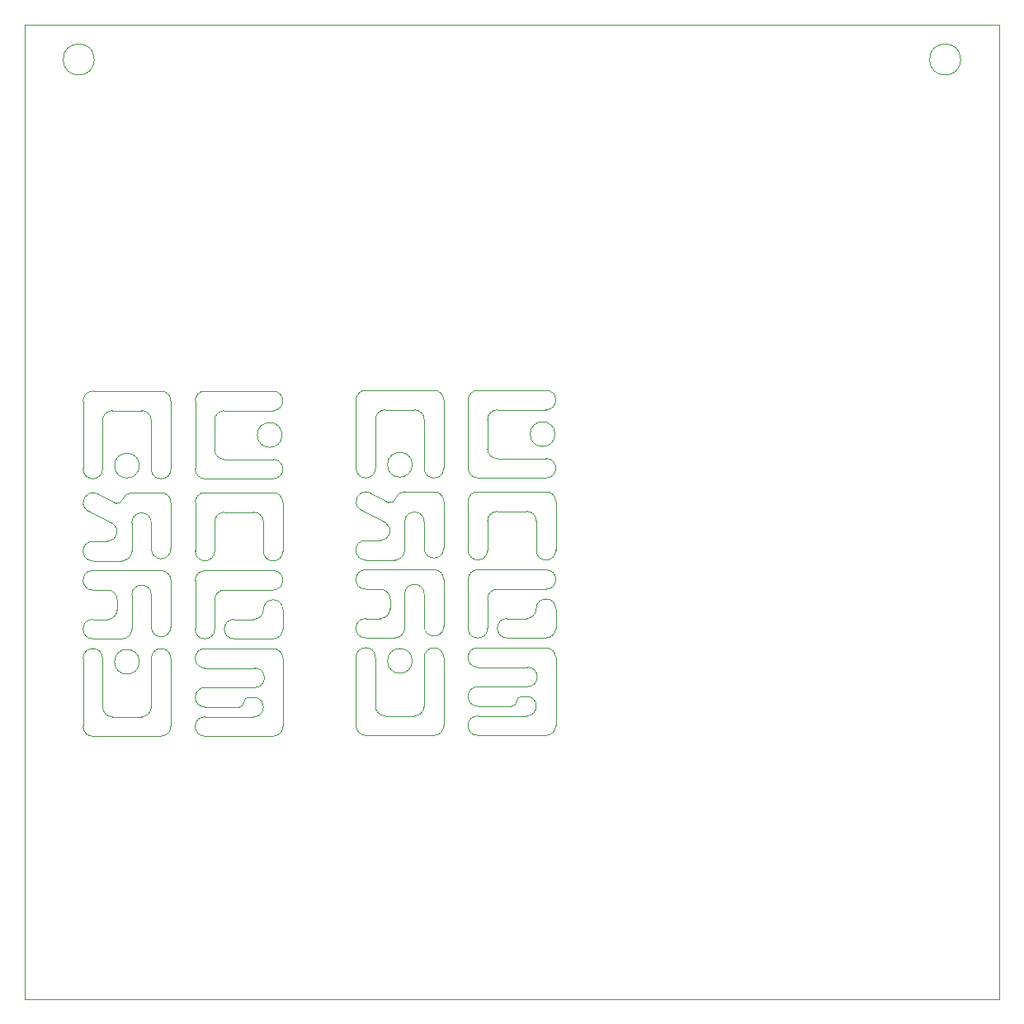
<source format=gbr>
%TF.GenerationSoftware,KiCad,Pcbnew,9.0.3*%
%TF.CreationDate,2025-10-01T00:39:15+02:00*%
%TF.ProjectId,PSU,5053552e-6b69-4636-9164-5f7063625858,0*%
%TF.SameCoordinates,Original*%
%TF.FileFunction,Profile,NP*%
%FSLAX46Y46*%
G04 Gerber Fmt 4.6, Leading zero omitted, Abs format (unit mm)*
G04 Created by KiCad (PCBNEW 9.0.3) date 2025-10-01 00:39:15*
%MOMM*%
%LPD*%
G01*
G04 APERTURE LIST*
%TA.AperFunction,Profile*%
%ADD10C,0.050000*%
%TD*%
G04 APERTURE END LIST*
D10*
X37019684Y48940127D02*
G75*
G02*
X36499968Y47085829I-519684J-854326D01*
G01*
X50500000Y30585836D02*
G75*
G02*
X50000000Y30085801I-500000J-35D01*
G01*
X47500000Y49085788D02*
G75*
G02*
X48500000Y50085801I1000000J13D01*
G01*
X13000000Y41499951D02*
X13000000Y38207061D01*
X42999999Y61500000D02*
X43000000Y54500001D01*
X36999967Y29085788D02*
G75*
G02*
X35999887Y30085788I-67J1000013D01*
G01*
X25500065Y55414165D02*
G75*
G02*
X25500065Y53414237I35J-999964D01*
G01*
X47500000Y46085788D02*
X47500000Y49085788D01*
X24500044Y39999942D02*
G75*
G02*
X26500044Y39999942I1000000J0D01*
G01*
X7000002Y26999951D02*
X14000000Y26999954D01*
X41999967Y52085787D02*
G75*
G02*
X42999986Y51085787I33J-999986D01*
G01*
X52500011Y40085778D02*
G75*
G02*
X51500011Y39085690I-1000011J-77D01*
G01*
X33999968Y28085788D02*
X33999967Y35085787D01*
X21500044Y36999942D02*
G75*
G02*
X21500044Y38999940I6J999999D01*
G01*
X50500000Y30585836D02*
G75*
G02*
X51000000Y31085801I500000J-35D01*
G01*
X7150000Y96440000D02*
G75*
G02*
X3950000Y96440000I-1600000J0D01*
G01*
X3950000Y96440000D02*
G75*
G02*
X7150000Y96440000I1600000J0D01*
G01*
X54500000Y46085787D02*
G75*
G02*
X52500000Y46085787I-1000000J0D01*
G01*
X36000000Y54500002D02*
X36000000Y59500001D01*
X34999968Y45085786D02*
X37999968Y45085786D01*
X25500065Y55414165D02*
X20500066Y55414165D01*
X46500000Y34085836D02*
X51600000Y34085836D01*
X10999999Y37999950D02*
X10999999Y41499951D01*
X34999966Y37085786D02*
G75*
G02*
X34999966Y39085816I34J1000015D01*
G01*
X40000000Y60500000D02*
G75*
G02*
X40999999Y59500000I0J-999999D01*
G01*
X20500066Y55414165D02*
G75*
G02*
X19500064Y56414165I34J1000036D01*
G01*
X53500033Y60500001D02*
X48500034Y60500001D01*
X52500000Y46085787D02*
X52500000Y49085787D01*
X34400402Y50285461D02*
G75*
G02*
X35441283Y51983203I599598J800340D01*
G01*
X48500033Y55500001D02*
G75*
G02*
X47500000Y56500001I-33J1000000D01*
G01*
X19500033Y45999952D02*
G75*
G02*
X17500033Y45999952I-1000000J-1D01*
G01*
X54500000Y28085836D02*
G75*
G02*
X53500000Y27085801I-1000000J-35D01*
G01*
X17500066Y61414163D02*
X17500069Y54414165D01*
X46500000Y27085836D02*
G75*
G02*
X46500000Y29085766I0J999965D01*
G01*
X15000033Y54414165D02*
G75*
G02*
X13000033Y54414165I-1000000J0D01*
G01*
X18500066Y53414166D02*
X25500065Y53414165D01*
X51500000Y50085787D02*
G75*
G02*
X52500086Y49085787I100J-999986D01*
G01*
X53500033Y62500001D02*
G75*
G02*
X53500033Y60500001I-33J-1000000D01*
G01*
X42999966Y38292898D02*
G75*
G02*
X41000034Y38292897I-999966J3D01*
G01*
X34000001Y61500001D02*
X34000000Y54500002D01*
X21500044Y36999942D02*
X24500044Y36999942D01*
X37499968Y40085787D02*
G75*
G02*
X36499966Y39085833I-999968J14D01*
G01*
X23500033Y31000000D02*
X23000034Y31000000D01*
X38999966Y38085786D02*
X38999966Y41585787D01*
X8000000Y34999951D02*
X8000000Y29999952D01*
X17500034Y50999952D02*
X17500033Y45999952D01*
X51600000Y34085836D02*
G75*
G02*
X51600000Y32085766I0J-1000035D01*
G01*
X9019717Y48854291D02*
X6400438Y50199624D01*
X47500011Y38085778D02*
X47500011Y41085778D01*
X8000033Y54414166D02*
X8000033Y59414165D01*
X19500044Y37999942D02*
X19500044Y40999942D01*
X22500033Y30500000D02*
G75*
G02*
X22000033Y30000068I-499933J1D01*
G01*
X43000000Y54500001D02*
G75*
G02*
X41000000Y54500001I-1000000J0D01*
G01*
X17500045Y42999942D02*
G75*
G02*
X18500044Y43999956I1000055J-41D01*
G01*
X13000033Y54414165D02*
X13000033Y59414164D01*
X11768974Y54768925D02*
G75*
G02*
X9231026Y54768925I-1268974J0D01*
G01*
X9231026Y54768925D02*
G75*
G02*
X11768974Y54768925I1268974J0D01*
G01*
X46500000Y27085836D02*
X53500000Y27085836D01*
X36499966Y39085786D02*
X34999966Y39085786D01*
X9500001Y39999951D02*
G75*
G02*
X8499999Y39000000I-1000001J50D01*
G01*
X6000001Y27999952D02*
X6000000Y34999951D01*
X10999999Y37999950D02*
G75*
G02*
X9999999Y36999902I-999999J-49D01*
G01*
X15000000Y46207062D02*
X15000000Y50999951D01*
X49500011Y37085778D02*
G75*
G02*
X49500011Y39085824I-11J1000023D01*
G01*
X47500034Y59500001D02*
G75*
G02*
X48500034Y60499967I999966J0D01*
G01*
X6000034Y61414165D02*
X6000033Y54414166D01*
X45500012Y43085778D02*
X45500011Y38085778D01*
X45500001Y51085788D02*
X45500000Y46085788D01*
X19500033Y45999952D02*
X19500033Y48999952D01*
X6999999Y36999950D02*
G75*
G02*
X6999999Y38999952I1J1000001D01*
G01*
X14000031Y62414164D02*
G75*
G02*
X14999963Y61414164I-31J-999963D01*
G01*
X53499998Y52085788D02*
X46500000Y52085785D01*
X8500000Y46999950D02*
X7000000Y46999950D01*
X39768941Y54854761D02*
G75*
G02*
X37230993Y54854761I-1268974J0D01*
G01*
X37230993Y54854761D02*
G75*
G02*
X39768941Y54854761I1268974J0D01*
G01*
X54499999Y51085787D02*
X54500000Y46085787D01*
X42999966Y38292898D02*
X42999966Y43085787D01*
X17500034Y50999952D02*
G75*
G02*
X18500033Y51999967I999966J49D01*
G01*
X12000000Y28999953D02*
X9000001Y28999952D01*
X17500045Y42999942D02*
X17500044Y37999942D01*
X46500033Y53500002D02*
G75*
G02*
X45500001Y54500001I-33J999999D01*
G01*
X45500033Y61499999D02*
X45500036Y54500001D01*
X36499966Y42085787D02*
X34999966Y42085787D01*
X9000000Y28999952D02*
G75*
G02*
X8000051Y29999952I0J999949D01*
G01*
X53500009Y44085779D02*
G75*
G02*
X53500009Y42085823I-9J-999978D01*
G01*
X7000001Y44999950D02*
X10000001Y44999950D01*
X37019684Y48940127D02*
X34400405Y50285460D01*
X41999998Y62500000D02*
G75*
G02*
X42999999Y61500000I2J-999999D01*
G01*
X21500044Y38999942D02*
X23500043Y38999942D01*
X7441291Y51897315D02*
X9385482Y50914096D01*
X46500000Y36085836D02*
X53492894Y36078728D01*
X8499999Y38999950D02*
X6999999Y38999950D01*
X8000033Y54414166D02*
G75*
G02*
X6000033Y54414166I-1000000J-1D01*
G01*
X47500035Y56500001D02*
X47500034Y59500000D01*
X19500067Y59414165D02*
G75*
G02*
X20500067Y60414234I1000033J36D01*
G01*
X38999967Y41585787D02*
G75*
G02*
X40999967Y41585787I1000000J0D01*
G01*
X19500033Y48999952D02*
G75*
G02*
X20500033Y49999968I999967J49D01*
G01*
X53500032Y55500001D02*
G75*
G02*
X53500032Y53500001I-32J-1000000D01*
G01*
X54500011Y38085778D02*
G75*
G02*
X53500011Y37085690I-1000011J-77D01*
G01*
X18503586Y32003554D02*
X23600033Y31996714D01*
X18500033Y29000000D02*
X23500033Y29000000D01*
X19500044Y40999942D02*
G75*
G02*
X20500044Y41999957I1000056J-41D01*
G01*
X20500033Y49999950D02*
X23500032Y49999951D01*
X33999967Y35085787D02*
G75*
G02*
X35999967Y35085787I1000000J0D01*
G01*
X18500033Y30000000D02*
G75*
G02*
X18500033Y32000002I-33J1000001D01*
G01*
X54500000Y28085836D02*
X54500000Y35078730D01*
X11769007Y34645191D02*
G75*
G02*
X9231059Y34645191I-1268974J0D01*
G01*
X9231059Y34645191D02*
G75*
G02*
X11769007Y34645191I1268974J0D01*
G01*
X38999966Y38085786D02*
G75*
G02*
X37999966Y37085835I-999966J15D01*
G01*
X26500044Y37999942D02*
G75*
G02*
X25500044Y36999957I-999944J-41D01*
G01*
X14999999Y38207062D02*
G75*
G02*
X13000001Y38207061I-999999J-11D01*
G01*
X40999967Y35085786D02*
X40999967Y30085787D01*
X40999967Y35085786D02*
G75*
G02*
X42999967Y35085786I1000000J1D01*
G01*
X39768974Y34731027D02*
G75*
G02*
X37231026Y34731027I-1268974J0D01*
G01*
X37231026Y34731027D02*
G75*
G02*
X39768974Y34731027I1268974J0D01*
G01*
X34000001Y61500001D02*
G75*
G02*
X35000000Y62500000I999999J0D01*
G01*
X41999966Y44085787D02*
G75*
G02*
X42999986Y43085787I34J-999986D01*
G01*
X35999967Y35085787D02*
X35999967Y30085788D01*
X23500033Y31000000D02*
G75*
G02*
X23500033Y29000002I-33J-999999D01*
G01*
X49500011Y37085778D02*
X52500011Y37085778D01*
X37499968Y40085787D02*
X37499967Y41085787D01*
X38999967Y46085786D02*
G75*
G02*
X37999967Y45085834I-999967J15D01*
G01*
X14000000Y51999951D02*
G75*
G02*
X14999950Y50999951I0J-999950D01*
G01*
X34999967Y45085786D02*
G75*
G02*
X34999967Y47085816I33J1000015D01*
G01*
X25500042Y43999942D02*
X18500044Y43999939D01*
X41999998Y62500001D02*
X35000000Y62499998D01*
X53492894Y36078729D02*
G75*
G02*
X54492928Y35078730I6J-1000028D01*
G01*
X26500032Y50999951D02*
X26500033Y45999951D01*
X25500031Y51999951D02*
G75*
G02*
X26500050Y50999951I69J-999950D01*
G01*
X25500042Y43999943D02*
G75*
G02*
X25500042Y41999939I8J-1000002D01*
G01*
X11000001Y51999949D02*
X14000000Y51999949D01*
X23600033Y34000000D02*
G75*
G02*
X23600033Y32000002I-33J-999999D01*
G01*
X20500044Y41999940D02*
X25500042Y41999940D01*
X18500033Y27000000D02*
G75*
G02*
X18500033Y29000002I-33J1000001D01*
G01*
X13000001Y48914165D02*
X13000001Y46207061D01*
X11000000Y45999950D02*
X11000000Y48914165D01*
X6999999Y43999951D02*
X13999999Y43999951D01*
X8000033Y59414165D02*
G75*
G02*
X9000033Y60414168I999967J36D01*
G01*
X11000000Y45999950D02*
G75*
G02*
X10000000Y44999901I-1000000J-49D01*
G01*
X46500000Y34085836D02*
G75*
G02*
X46500000Y36085766I0J999965D01*
G01*
X18500033Y34000000D02*
X23600033Y34000000D01*
X42999966Y28085787D02*
X42999967Y35085786D01*
X7000000Y36999950D02*
X10000000Y36999950D01*
X38041528Y51371075D02*
G75*
G02*
X38999968Y52085826I958472J-285274D01*
G01*
X22000033Y30000000D02*
X18500033Y30000000D01*
X26500033Y45999951D02*
G75*
G02*
X24500033Y45999951I-1000000J0D01*
G01*
X34999966Y42085787D02*
G75*
G02*
X34999966Y44085815I34J1000014D01*
G01*
X14999999Y27999951D02*
G75*
G02*
X14000000Y27000002I-999999J50D01*
G01*
X45500012Y43085778D02*
G75*
G02*
X46500011Y44085689I999988J-77D01*
G01*
X48500011Y42085776D02*
X53500009Y42085776D01*
X36499967Y47085786D02*
X34999967Y47085786D01*
X26500033Y28000000D02*
G75*
G02*
X25500033Y27000068I-999933J1D01*
G01*
X19500068Y56414165D02*
X19500067Y59414164D01*
X42999967Y46292898D02*
X42999967Y51085787D01*
X24500044Y36999942D02*
X25500044Y36999942D01*
X54414247Y57999968D02*
G75*
G02*
X51876299Y57999968I-1268974J0D01*
G01*
X51876299Y57999968D02*
G75*
G02*
X54414247Y57999968I1268974J0D01*
G01*
X9019717Y48854291D02*
G75*
G02*
X8500001Y46999950I-519717J-854340D01*
G01*
X40999967Y41585787D02*
X40999967Y38292897D01*
X54500011Y40085778D02*
X54500011Y38085778D01*
X24500044Y39999942D02*
G75*
G02*
X23500044Y38999957I-999944J-41D01*
G01*
X47500000Y46085788D02*
G75*
G02*
X45500000Y46085788I-1000000J-1D01*
G01*
X18500066Y53414166D02*
G75*
G02*
X17500065Y54414165I34J1000035D01*
G01*
X18500033Y36000000D02*
X25492927Y35992892D01*
X49500011Y39085778D02*
X51500010Y39085778D01*
X52500011Y40085778D02*
G75*
G02*
X54500011Y40085778I1000000J0D01*
G01*
X8499999Y41999951D02*
X6999999Y41999951D01*
X9500001Y39999951D02*
X9500000Y40999951D01*
X38041528Y51371074D02*
G75*
G02*
X37385442Y50999910I-500028J118427D01*
G01*
X14999999Y27999951D02*
X15000000Y34999950D01*
X46500000Y30085836D02*
G75*
G02*
X46500000Y32085766I0J999965D01*
G01*
X13000000Y29999951D02*
G75*
G02*
X12000000Y29000001I-1000000J50D01*
G01*
X19500044Y37999942D02*
G75*
G02*
X17500044Y37999942I-1000000J0D01*
G01*
X12000033Y60414164D02*
G75*
G02*
X13000063Y59414164I67J-999963D01*
G01*
X46500034Y62500000D02*
X53500033Y62500001D01*
X38999968Y49000001D02*
G75*
G02*
X40999968Y49000001I1000000J0D01*
G01*
X11000001Y48914165D02*
G75*
G02*
X13000001Y48914165I1000000J0D01*
G01*
X11000000Y41499951D02*
G75*
G02*
X13000000Y41499951I1000000J0D01*
G01*
X51500000Y31085836D02*
X51000001Y31085836D01*
X36499966Y42085789D02*
G75*
G02*
X37499988Y41085787I34J-999988D01*
G01*
X15000032Y61414164D02*
X15000033Y54414165D01*
X40999967Y30085787D02*
G75*
G02*
X39999967Y29085834I-999967J14D01*
G01*
X35441258Y51983151D02*
X37385449Y50999932D01*
X25500031Y51999952D02*
X18500033Y51999949D01*
X53500009Y44085778D02*
X46500011Y44085775D01*
X52500011Y37085778D02*
X53500011Y37085778D01*
X96050000Y96440000D02*
G75*
G02*
X92850000Y96440000I-1600000J0D01*
G01*
X92850000Y96440000D02*
G75*
G02*
X96050000Y96440000I1600000J0D01*
G01*
X24500033Y45999951D02*
X24500033Y48999951D01*
X15000000Y46207062D02*
G75*
G02*
X13000000Y46207061I-1000000J-11D01*
G01*
X23500033Y49999951D02*
G75*
G02*
X24500050Y48999951I67J-999950D01*
G01*
X10041561Y51285238D02*
G75*
G02*
X9385487Y50914112I-499961J118363D01*
G01*
X26414280Y57914132D02*
G75*
G02*
X23876332Y57914132I-1268974J0D01*
G01*
X23876332Y57914132D02*
G75*
G02*
X26414280Y57914132I1268974J0D01*
G01*
X22500033Y30500000D02*
G75*
G02*
X23000033Y31000068I500067J1D01*
G01*
X6400435Y50199625D02*
G75*
G02*
X7441291Y51897315I599565J800326D01*
G01*
X38999968Y52085785D02*
X41999967Y52085785D01*
X42999966Y28085787D02*
G75*
G02*
X41999967Y27085835I-999966J14D01*
G01*
X14999999Y38207062D02*
X14999999Y42999951D01*
X47500011Y38085778D02*
G75*
G02*
X45500011Y38085778I-1000000J0D01*
G01*
X0Y100000000D02*
X100000000Y100000000D01*
X100000000Y0D01*
X0Y0D01*
X0Y100000000D01*
X39999967Y29085789D02*
X36999968Y29085788D01*
X53500032Y55500001D02*
X48500033Y55500001D01*
X6000034Y61414165D02*
G75*
G02*
X7000033Y62414167I999966J36D01*
G01*
X40999968Y49000001D02*
X40999968Y46292897D01*
X46500033Y53500002D02*
X53500032Y53500001D01*
X6999999Y41999951D02*
G75*
G02*
X6999999Y43999951I1J1000000D01*
G01*
X26500044Y39999942D02*
X26500044Y37999942D01*
X46500000Y29085836D02*
X51500000Y29085836D01*
X48500000Y50085786D02*
X51499999Y50085787D01*
X37000000Y60499999D02*
X39999999Y60500000D01*
X36000000Y59500001D02*
G75*
G02*
X37000000Y60500001I1000000J0D01*
G01*
X53499998Y52085787D02*
G75*
G02*
X54500086Y51085787I102J-999986D01*
G01*
X6000000Y34999951D02*
G75*
G02*
X8000000Y34999951I1000000J0D01*
G01*
X25500066Y62414165D02*
G75*
G02*
X25500066Y60414237I34J-999964D01*
G01*
X46503553Y32089390D02*
X51600000Y32082550D01*
X25492927Y35992893D02*
G75*
G02*
X26492892Y34992894I-27J-999992D01*
G01*
X45500034Y61499999D02*
G75*
G02*
X46500034Y62499967I999966J2D01*
G01*
X41000000Y54500001D02*
X41000000Y59500000D01*
X47500011Y41085778D02*
G75*
G02*
X48500011Y42085790I999989J23D01*
G01*
X9000033Y60414163D02*
X12000032Y60414164D01*
X34999966Y44085787D02*
X41999966Y44085787D01*
X34999967Y37085786D02*
X37999967Y37085786D01*
X45500001Y51085788D02*
G75*
G02*
X46500000Y52085800I999999J13D01*
G01*
X36000000Y54500002D02*
G75*
G02*
X34000000Y54500002I-1000000J-1D01*
G01*
X38999967Y46085786D02*
X38999967Y49000001D01*
X26500033Y28000000D02*
X26500033Y34992894D01*
X13000000Y34999950D02*
G75*
G02*
X15000000Y34999950I1000000J1D01*
G01*
X7000000Y44999950D02*
G75*
G02*
X7000000Y46999952I0J1000001D01*
G01*
X10041561Y51285239D02*
G75*
G02*
X11000001Y51999984I958439J-285238D01*
G01*
X13000000Y34999950D02*
X13000000Y29999951D01*
X42999967Y46292898D02*
G75*
G02*
X41000033Y46292897I-999967J3D01*
G01*
X34999969Y27085787D02*
X41999967Y27085790D01*
X25500066Y60414165D02*
X20500067Y60414165D01*
X14000031Y62414165D02*
X7000033Y62414162D01*
X51500000Y31085836D02*
G75*
G02*
X51500000Y29085766I0J-1000035D01*
G01*
X34999969Y27085788D02*
G75*
G02*
X33999987Y28085788I31J1000013D01*
G01*
X13999999Y43999951D02*
G75*
G02*
X14999950Y42999951I1J-999950D01*
G01*
X18500033Y27000000D02*
X25500033Y27000000D01*
X7000002Y26999952D02*
G75*
G02*
X5999951Y27999952I-2J1000049D01*
G01*
X18500033Y34000000D02*
G75*
G02*
X18500033Y36000002I-33J1000001D01*
G01*
X50000000Y30085836D02*
X46500000Y30085836D01*
X18500067Y62414164D02*
X25500066Y62414165D01*
X17500067Y61414163D02*
G75*
G02*
X18500067Y62414234I1000033J38D01*
G01*
X8499999Y41999953D02*
G75*
G02*
X9499952Y40999951I1J-999952D01*
G01*
M02*

</source>
